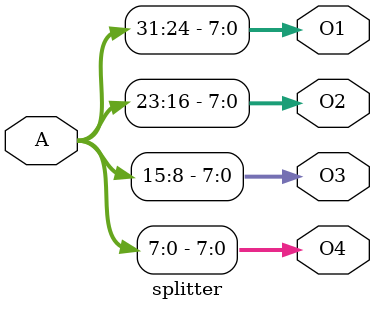
<source format=v>
`timescale 1ns / 1ps
module splitter(
    input [31:0] A,
    output [7:0] O4,
    output [15:8] O3,
    output [23:16] O2,
    output [31:24] O1
    );
	 assign O4 = A[7:0];
    assign O3 = A[15:8] ;
    assign O2 = A[23:16];
    assign O1 = A[31:24];

endmodule

</source>
